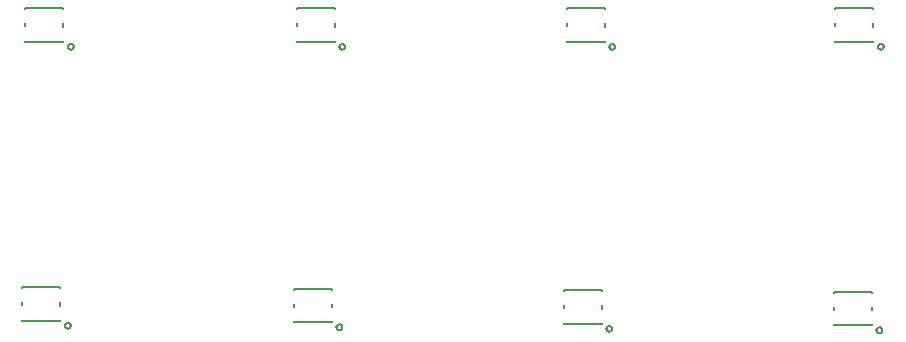
<source format=gbr>
G04 #@! TF.GenerationSoftware,KiCad,Pcbnew,(5.1.4)-1*
G04 #@! TF.CreationDate,2019-12-01T11:28:44-05:00*
G04 #@! TF.ProjectId,bob_ws2811_driver,626f625f-7773-4323-9831-315f64726976,rev?*
G04 #@! TF.SameCoordinates,Original*
G04 #@! TF.FileFunction,Legend,Bot*
G04 #@! TF.FilePolarity,Positive*
%FSLAX46Y46*%
G04 Gerber Fmt 4.6, Leading zero omitted, Abs format (unit mm)*
G04 Created by KiCad (PCBNEW (5.1.4)-1) date 2019-12-01 11:28:44*
%MOMM*%
%LPD*%
G04 APERTURE LIST*
%ADD10C,0.127000*%
G04 APERTURE END LIST*
D10*
X110035340Y-53596540D02*
X113230660Y-53596540D01*
X113230660Y-50797460D02*
X110035340Y-50797460D01*
X110035340Y-52047140D02*
X110035340Y-52296060D01*
X113230660Y-52047140D02*
X113230660Y-52346860D01*
X113230660Y-50797460D02*
X113230660Y-50848260D01*
X113230660Y-53596540D02*
X113230660Y-53545740D01*
X110035340Y-50797460D02*
X110035340Y-50848260D01*
X110035340Y-53596540D02*
X110035340Y-53545740D01*
X113642140Y-54025800D02*
X113649760Y-53962300D01*
X113649760Y-53962300D02*
X113675160Y-53903880D01*
X113675160Y-53903880D02*
X113713260Y-53853080D01*
X113713260Y-53853080D02*
X113764060Y-53812440D01*
X113764060Y-53812440D02*
X113822480Y-53789580D01*
X113822480Y-53789580D02*
X113888520Y-53781960D01*
X113888520Y-53781960D02*
X113952020Y-53789580D01*
X113952020Y-53789580D02*
X114015520Y-53814980D01*
X114015520Y-53814980D02*
X114066320Y-53855620D01*
X114066320Y-53855620D02*
X114106960Y-53908960D01*
X114106960Y-53908960D02*
X114132360Y-53969920D01*
X114132360Y-53969920D02*
X114142520Y-54035960D01*
X114142520Y-54035960D02*
X114132360Y-54099460D01*
X114132360Y-54099460D02*
X114109500Y-54157880D01*
X114109500Y-54157880D02*
X114068860Y-54208680D01*
X114068860Y-54208680D02*
X114018060Y-54246780D01*
X114018060Y-54246780D02*
X113959640Y-54272180D01*
X113959640Y-54272180D02*
X113896140Y-54279800D01*
X113896140Y-54279800D02*
X113830100Y-54272180D01*
X113830100Y-54272180D02*
X113769140Y-54246780D01*
X113769140Y-54246780D02*
X113715800Y-54206140D01*
X113715800Y-54206140D02*
X113675160Y-54152800D01*
X113675160Y-54152800D02*
X113649760Y-54091840D01*
X113649760Y-54091840D02*
X113642140Y-54025800D01*
X136636760Y-54218840D02*
X136629140Y-54152800D01*
X136662160Y-54279800D02*
X136636760Y-54218840D01*
X136702800Y-54333140D02*
X136662160Y-54279800D01*
X136756140Y-54373780D02*
X136702800Y-54333140D01*
X136817100Y-54399180D02*
X136756140Y-54373780D01*
X136883140Y-54406800D02*
X136817100Y-54399180D01*
X136946640Y-54399180D02*
X136883140Y-54406800D01*
X137005060Y-54373780D02*
X136946640Y-54399180D01*
X137055860Y-54335680D02*
X137005060Y-54373780D01*
X137096500Y-54284880D02*
X137055860Y-54335680D01*
X137119360Y-54226460D02*
X137096500Y-54284880D01*
X137129520Y-54162960D02*
X137119360Y-54226460D01*
X137119360Y-54096920D02*
X137129520Y-54162960D01*
X137093960Y-54035960D02*
X137119360Y-54096920D01*
X137053320Y-53982620D02*
X137093960Y-54035960D01*
X137002520Y-53941980D02*
X137053320Y-53982620D01*
X136939020Y-53916580D02*
X137002520Y-53941980D01*
X136875520Y-53908960D02*
X136939020Y-53916580D01*
X136809480Y-53916580D02*
X136875520Y-53908960D01*
X136751060Y-53939440D02*
X136809480Y-53916580D01*
X136700260Y-53980080D02*
X136751060Y-53939440D01*
X136662160Y-54030880D02*
X136700260Y-53980080D01*
X136636760Y-54089300D02*
X136662160Y-54030880D01*
X136629140Y-54152800D02*
X136636760Y-54089300D01*
X133022340Y-53723540D02*
X133022340Y-53672740D01*
X133022340Y-50924460D02*
X133022340Y-50975260D01*
X136217660Y-53723540D02*
X136217660Y-53672740D01*
X136217660Y-50924460D02*
X136217660Y-50975260D01*
X136217660Y-52174140D02*
X136217660Y-52473860D01*
X133022340Y-52174140D02*
X133022340Y-52423060D01*
X136217660Y-50924460D02*
X133022340Y-50924460D01*
X133022340Y-53723540D02*
X136217660Y-53723540D01*
X155882340Y-53850540D02*
X159077660Y-53850540D01*
X159077660Y-51051460D02*
X155882340Y-51051460D01*
X155882340Y-52301140D02*
X155882340Y-52550060D01*
X159077660Y-52301140D02*
X159077660Y-52600860D01*
X159077660Y-51051460D02*
X159077660Y-51102260D01*
X159077660Y-53850540D02*
X159077660Y-53799740D01*
X155882340Y-51051460D02*
X155882340Y-51102260D01*
X155882340Y-53850540D02*
X155882340Y-53799740D01*
X159489140Y-54279800D02*
X159496760Y-54216300D01*
X159496760Y-54216300D02*
X159522160Y-54157880D01*
X159522160Y-54157880D02*
X159560260Y-54107080D01*
X159560260Y-54107080D02*
X159611060Y-54066440D01*
X159611060Y-54066440D02*
X159669480Y-54043580D01*
X159669480Y-54043580D02*
X159735520Y-54035960D01*
X159735520Y-54035960D02*
X159799020Y-54043580D01*
X159799020Y-54043580D02*
X159862520Y-54068980D01*
X159862520Y-54068980D02*
X159913320Y-54109620D01*
X159913320Y-54109620D02*
X159953960Y-54162960D01*
X159953960Y-54162960D02*
X159979360Y-54223920D01*
X159979360Y-54223920D02*
X159989520Y-54289960D01*
X159989520Y-54289960D02*
X159979360Y-54353460D01*
X159979360Y-54353460D02*
X159956500Y-54411880D01*
X159956500Y-54411880D02*
X159915860Y-54462680D01*
X159915860Y-54462680D02*
X159865060Y-54500780D01*
X159865060Y-54500780D02*
X159806640Y-54526180D01*
X159806640Y-54526180D02*
X159743140Y-54533800D01*
X159743140Y-54533800D02*
X159677100Y-54526180D01*
X159677100Y-54526180D02*
X159616140Y-54500780D01*
X159616140Y-54500780D02*
X159562800Y-54460140D01*
X159562800Y-54460140D02*
X159522160Y-54406800D01*
X159522160Y-54406800D02*
X159496760Y-54345840D01*
X159496760Y-54345840D02*
X159489140Y-54279800D01*
X182356760Y-54472840D02*
X182349140Y-54406800D01*
X182382160Y-54533800D02*
X182356760Y-54472840D01*
X182422800Y-54587140D02*
X182382160Y-54533800D01*
X182476140Y-54627780D02*
X182422800Y-54587140D01*
X182537100Y-54653180D02*
X182476140Y-54627780D01*
X182603140Y-54660800D02*
X182537100Y-54653180D01*
X182666640Y-54653180D02*
X182603140Y-54660800D01*
X182725060Y-54627780D02*
X182666640Y-54653180D01*
X182775860Y-54589680D02*
X182725060Y-54627780D01*
X182816500Y-54538880D02*
X182775860Y-54589680D01*
X182839360Y-54480460D02*
X182816500Y-54538880D01*
X182849520Y-54416960D02*
X182839360Y-54480460D01*
X182839360Y-54350920D02*
X182849520Y-54416960D01*
X182813960Y-54289960D02*
X182839360Y-54350920D01*
X182773320Y-54236620D02*
X182813960Y-54289960D01*
X182722520Y-54195980D02*
X182773320Y-54236620D01*
X182659020Y-54170580D02*
X182722520Y-54195980D01*
X182595520Y-54162960D02*
X182659020Y-54170580D01*
X182529480Y-54170580D02*
X182595520Y-54162960D01*
X182471060Y-54193440D02*
X182529480Y-54170580D01*
X182420260Y-54234080D02*
X182471060Y-54193440D01*
X182382160Y-54284880D02*
X182420260Y-54234080D01*
X182356760Y-54343300D02*
X182382160Y-54284880D01*
X182349140Y-54406800D02*
X182356760Y-54343300D01*
X178742340Y-53977540D02*
X178742340Y-53926740D01*
X178742340Y-51178460D02*
X178742340Y-51229260D01*
X181937660Y-53977540D02*
X181937660Y-53926740D01*
X181937660Y-51178460D02*
X181937660Y-51229260D01*
X181937660Y-52428140D02*
X181937660Y-52727860D01*
X178742340Y-52428140D02*
X178742340Y-52677060D01*
X181937660Y-51178460D02*
X178742340Y-51178460D01*
X178742340Y-53977540D02*
X181937660Y-53977540D01*
X178869340Y-29974540D02*
X182064660Y-29974540D01*
X182064660Y-27175460D02*
X178869340Y-27175460D01*
X178869340Y-28425140D02*
X178869340Y-28674060D01*
X182064660Y-28425140D02*
X182064660Y-28724860D01*
X182064660Y-27175460D02*
X182064660Y-27226260D01*
X182064660Y-29974540D02*
X182064660Y-29923740D01*
X178869340Y-27175460D02*
X178869340Y-27226260D01*
X178869340Y-29974540D02*
X178869340Y-29923740D01*
X182476140Y-30403800D02*
X182483760Y-30340300D01*
X182483760Y-30340300D02*
X182509160Y-30281880D01*
X182509160Y-30281880D02*
X182547260Y-30231080D01*
X182547260Y-30231080D02*
X182598060Y-30190440D01*
X182598060Y-30190440D02*
X182656480Y-30167580D01*
X182656480Y-30167580D02*
X182722520Y-30159960D01*
X182722520Y-30159960D02*
X182786020Y-30167580D01*
X182786020Y-30167580D02*
X182849520Y-30192980D01*
X182849520Y-30192980D02*
X182900320Y-30233620D01*
X182900320Y-30233620D02*
X182940960Y-30286960D01*
X182940960Y-30286960D02*
X182966360Y-30347920D01*
X182966360Y-30347920D02*
X182976520Y-30413960D01*
X182976520Y-30413960D02*
X182966360Y-30477460D01*
X182966360Y-30477460D02*
X182943500Y-30535880D01*
X182943500Y-30535880D02*
X182902860Y-30586680D01*
X182902860Y-30586680D02*
X182852060Y-30624780D01*
X182852060Y-30624780D02*
X182793640Y-30650180D01*
X182793640Y-30650180D02*
X182730140Y-30657800D01*
X182730140Y-30657800D02*
X182664100Y-30650180D01*
X182664100Y-30650180D02*
X182603140Y-30624780D01*
X182603140Y-30624780D02*
X182549800Y-30584140D01*
X182549800Y-30584140D02*
X182509160Y-30530800D01*
X182509160Y-30530800D02*
X182483760Y-30469840D01*
X182483760Y-30469840D02*
X182476140Y-30403800D01*
X159750760Y-30469840D02*
X159743140Y-30403800D01*
X159776160Y-30530800D02*
X159750760Y-30469840D01*
X159816800Y-30584140D02*
X159776160Y-30530800D01*
X159870140Y-30624780D02*
X159816800Y-30584140D01*
X159931100Y-30650180D02*
X159870140Y-30624780D01*
X159997140Y-30657800D02*
X159931100Y-30650180D01*
X160060640Y-30650180D02*
X159997140Y-30657800D01*
X160119060Y-30624780D02*
X160060640Y-30650180D01*
X160169860Y-30586680D02*
X160119060Y-30624780D01*
X160210500Y-30535880D02*
X160169860Y-30586680D01*
X160233360Y-30477460D02*
X160210500Y-30535880D01*
X160243520Y-30413960D02*
X160233360Y-30477460D01*
X160233360Y-30347920D02*
X160243520Y-30413960D01*
X160207960Y-30286960D02*
X160233360Y-30347920D01*
X160167320Y-30233620D02*
X160207960Y-30286960D01*
X160116520Y-30192980D02*
X160167320Y-30233620D01*
X160053020Y-30167580D02*
X160116520Y-30192980D01*
X159989520Y-30159960D02*
X160053020Y-30167580D01*
X159923480Y-30167580D02*
X159989520Y-30159960D01*
X159865060Y-30190440D02*
X159923480Y-30167580D01*
X159814260Y-30231080D02*
X159865060Y-30190440D01*
X159776160Y-30281880D02*
X159814260Y-30231080D01*
X159750760Y-30340300D02*
X159776160Y-30281880D01*
X159743140Y-30403800D02*
X159750760Y-30340300D01*
X156136340Y-29974540D02*
X156136340Y-29923740D01*
X156136340Y-27175460D02*
X156136340Y-27226260D01*
X159331660Y-29974540D02*
X159331660Y-29923740D01*
X159331660Y-27175460D02*
X159331660Y-27226260D01*
X159331660Y-28425140D02*
X159331660Y-28724860D01*
X156136340Y-28425140D02*
X156136340Y-28674060D01*
X159331660Y-27175460D02*
X156136340Y-27175460D01*
X156136340Y-29974540D02*
X159331660Y-29974540D01*
X133276340Y-29974540D02*
X136471660Y-29974540D01*
X136471660Y-27175460D02*
X133276340Y-27175460D01*
X133276340Y-28425140D02*
X133276340Y-28674060D01*
X136471660Y-28425140D02*
X136471660Y-28724860D01*
X136471660Y-27175460D02*
X136471660Y-27226260D01*
X136471660Y-29974540D02*
X136471660Y-29923740D01*
X133276340Y-27175460D02*
X133276340Y-27226260D01*
X133276340Y-29974540D02*
X133276340Y-29923740D01*
X136883140Y-30403800D02*
X136890760Y-30340300D01*
X136890760Y-30340300D02*
X136916160Y-30281880D01*
X136916160Y-30281880D02*
X136954260Y-30231080D01*
X136954260Y-30231080D02*
X137005060Y-30190440D01*
X137005060Y-30190440D02*
X137063480Y-30167580D01*
X137063480Y-30167580D02*
X137129520Y-30159960D01*
X137129520Y-30159960D02*
X137193020Y-30167580D01*
X137193020Y-30167580D02*
X137256520Y-30192980D01*
X137256520Y-30192980D02*
X137307320Y-30233620D01*
X137307320Y-30233620D02*
X137347960Y-30286960D01*
X137347960Y-30286960D02*
X137373360Y-30347920D01*
X137373360Y-30347920D02*
X137383520Y-30413960D01*
X137383520Y-30413960D02*
X137373360Y-30477460D01*
X137373360Y-30477460D02*
X137350500Y-30535880D01*
X137350500Y-30535880D02*
X137309860Y-30586680D01*
X137309860Y-30586680D02*
X137259060Y-30624780D01*
X137259060Y-30624780D02*
X137200640Y-30650180D01*
X137200640Y-30650180D02*
X137137140Y-30657800D01*
X137137140Y-30657800D02*
X137071100Y-30650180D01*
X137071100Y-30650180D02*
X137010140Y-30624780D01*
X137010140Y-30624780D02*
X136956800Y-30584140D01*
X136956800Y-30584140D02*
X136916160Y-30530800D01*
X136916160Y-30530800D02*
X136890760Y-30469840D01*
X136890760Y-30469840D02*
X136883140Y-30403800D01*
X113903760Y-30469840D02*
X113896140Y-30403800D01*
X113929160Y-30530800D02*
X113903760Y-30469840D01*
X113969800Y-30584140D02*
X113929160Y-30530800D01*
X114023140Y-30624780D02*
X113969800Y-30584140D01*
X114084100Y-30650180D02*
X114023140Y-30624780D01*
X114150140Y-30657800D02*
X114084100Y-30650180D01*
X114213640Y-30650180D02*
X114150140Y-30657800D01*
X114272060Y-30624780D02*
X114213640Y-30650180D01*
X114322860Y-30586680D02*
X114272060Y-30624780D01*
X114363500Y-30535880D02*
X114322860Y-30586680D01*
X114386360Y-30477460D02*
X114363500Y-30535880D01*
X114396520Y-30413960D02*
X114386360Y-30477460D01*
X114386360Y-30347920D02*
X114396520Y-30413960D01*
X114360960Y-30286960D02*
X114386360Y-30347920D01*
X114320320Y-30233620D02*
X114360960Y-30286960D01*
X114269520Y-30192980D02*
X114320320Y-30233620D01*
X114206020Y-30167580D02*
X114269520Y-30192980D01*
X114142520Y-30159960D02*
X114206020Y-30167580D01*
X114076480Y-30167580D02*
X114142520Y-30159960D01*
X114018060Y-30190440D02*
X114076480Y-30167580D01*
X113967260Y-30231080D02*
X114018060Y-30190440D01*
X113929160Y-30281880D02*
X113967260Y-30231080D01*
X113903760Y-30340300D02*
X113929160Y-30281880D01*
X113896140Y-30403800D02*
X113903760Y-30340300D01*
X110289340Y-29974540D02*
X110289340Y-29923740D01*
X110289340Y-27175460D02*
X110289340Y-27226260D01*
X113484660Y-29974540D02*
X113484660Y-29923740D01*
X113484660Y-27175460D02*
X113484660Y-27226260D01*
X113484660Y-28425140D02*
X113484660Y-28724860D01*
X110289340Y-28425140D02*
X110289340Y-28674060D01*
X113484660Y-27175460D02*
X110289340Y-27175460D01*
X110289340Y-29974540D02*
X113484660Y-29974540D01*
M02*

</source>
